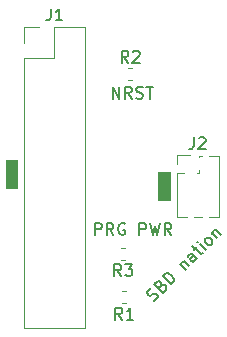
<source format=gbr>
%TF.GenerationSoftware,KiCad,Pcbnew,(5.1.6-0-10_14)*%
%TF.CreationDate,2022-05-20T12:20:58-05:00*%
%TF.ProjectId,programmer_adapter,70726f67-7261-46d6-9d65-725f61646170,rev?*%
%TF.SameCoordinates,Original*%
%TF.FileFunction,Legend,Top*%
%TF.FilePolarity,Positive*%
%FSLAX46Y46*%
G04 Gerber Fmt 4.6, Leading zero omitted, Abs format (unit mm)*
G04 Created by KiCad (PCBNEW (5.1.6-0-10_14)) date 2022-05-20 12:20:58*
%MOMM*%
%LPD*%
G01*
G04 APERTURE LIST*
%ADD10C,0.100000*%
%ADD11C,0.150000*%
%ADD12C,0.120000*%
%ADD13R,1.800000X1.800000*%
%ADD14O,1.800000X1.800000*%
%ADD15R,1.100000X1.100000*%
%ADD16O,1.100000X1.100000*%
G04 APERTURE END LIST*
D10*
G36*
X80264000Y-67818000D02*
G01*
X80238600Y-67818000D01*
X80264000Y-67843400D01*
X79298800Y-67843400D01*
X79298800Y-65481200D01*
X80264000Y-65481200D01*
X80264000Y-67818000D01*
G37*
X80264000Y-67818000D02*
X80238600Y-67818000D01*
X80264000Y-67843400D01*
X79298800Y-67843400D01*
X79298800Y-65481200D01*
X80264000Y-65481200D01*
X80264000Y-67818000D01*
G36*
X67360800Y-66852800D02*
G01*
X67335400Y-66852800D01*
X67360800Y-66878200D01*
X66395600Y-66878200D01*
X66395600Y-64516000D01*
X67360800Y-64516000D01*
X67360800Y-66852800D01*
G37*
X67360800Y-66852800D02*
X67335400Y-66852800D01*
X67360800Y-66878200D01*
X66395600Y-66878200D01*
X66395600Y-64516000D01*
X67360800Y-64516000D01*
X67360800Y-66852800D01*
D11*
X73925514Y-70810380D02*
X73925514Y-69810380D01*
X74306466Y-69810380D01*
X74401704Y-69858000D01*
X74449323Y-69905619D01*
X74496942Y-70000857D01*
X74496942Y-70143714D01*
X74449323Y-70238952D01*
X74401704Y-70286571D01*
X74306466Y-70334190D01*
X73925514Y-70334190D01*
X75496942Y-70810380D02*
X75163609Y-70334190D01*
X74925514Y-70810380D02*
X74925514Y-69810380D01*
X75306466Y-69810380D01*
X75401704Y-69858000D01*
X75449323Y-69905619D01*
X75496942Y-70000857D01*
X75496942Y-70143714D01*
X75449323Y-70238952D01*
X75401704Y-70286571D01*
X75306466Y-70334190D01*
X74925514Y-70334190D01*
X76449323Y-69858000D02*
X76354085Y-69810380D01*
X76211228Y-69810380D01*
X76068371Y-69858000D01*
X75973133Y-69953238D01*
X75925514Y-70048476D01*
X75877895Y-70238952D01*
X75877895Y-70381809D01*
X75925514Y-70572285D01*
X75973133Y-70667523D01*
X76068371Y-70762761D01*
X76211228Y-70810380D01*
X76306466Y-70810380D01*
X76449323Y-70762761D01*
X76496942Y-70715142D01*
X76496942Y-70381809D01*
X76306466Y-70381809D01*
X77687419Y-70810380D02*
X77687419Y-69810380D01*
X78068371Y-69810380D01*
X78163609Y-69858000D01*
X78211228Y-69905619D01*
X78258847Y-70000857D01*
X78258847Y-70143714D01*
X78211228Y-70238952D01*
X78163609Y-70286571D01*
X78068371Y-70334190D01*
X77687419Y-70334190D01*
X78592180Y-69810380D02*
X78830276Y-70810380D01*
X79020752Y-70096095D01*
X79211228Y-70810380D01*
X79449323Y-69810380D01*
X80401704Y-70810380D02*
X80068371Y-70334190D01*
X79830276Y-70810380D02*
X79830276Y-69810380D01*
X80211228Y-69810380D01*
X80306466Y-69858000D01*
X80354085Y-69905619D01*
X80401704Y-70000857D01*
X80401704Y-70143714D01*
X80354085Y-70238952D01*
X80306466Y-70286571D01*
X80211228Y-70334190D01*
X79830276Y-70334190D01*
X75420742Y-59278780D02*
X75420742Y-58278780D01*
X75992171Y-59278780D01*
X75992171Y-58278780D01*
X77039790Y-59278780D02*
X76706457Y-58802590D01*
X76468361Y-59278780D02*
X76468361Y-58278780D01*
X76849314Y-58278780D01*
X76944552Y-58326400D01*
X76992171Y-58374019D01*
X77039790Y-58469257D01*
X77039790Y-58612114D01*
X76992171Y-58707352D01*
X76944552Y-58754971D01*
X76849314Y-58802590D01*
X76468361Y-58802590D01*
X77420742Y-59231161D02*
X77563600Y-59278780D01*
X77801695Y-59278780D01*
X77896933Y-59231161D01*
X77944552Y-59183542D01*
X77992171Y-59088304D01*
X77992171Y-58993066D01*
X77944552Y-58897828D01*
X77896933Y-58850209D01*
X77801695Y-58802590D01*
X77611219Y-58754971D01*
X77515980Y-58707352D01*
X77468361Y-58659733D01*
X77420742Y-58564495D01*
X77420742Y-58469257D01*
X77468361Y-58374019D01*
X77515980Y-58326400D01*
X77611219Y-58278780D01*
X77849314Y-58278780D01*
X77992171Y-58326400D01*
X78277885Y-58278780D02*
X78849314Y-58278780D01*
X78563600Y-59278780D02*
X78563600Y-58278780D01*
X78915582Y-76393637D02*
X79050269Y-76326293D01*
X79218628Y-76157934D01*
X79252300Y-76056919D01*
X79252300Y-75989575D01*
X79218628Y-75888560D01*
X79151285Y-75821217D01*
X79050269Y-75787545D01*
X78982926Y-75787545D01*
X78881911Y-75821217D01*
X78713552Y-75922232D01*
X78612536Y-75955904D01*
X78545193Y-75955904D01*
X78444178Y-75922232D01*
X78376834Y-75854888D01*
X78343162Y-75753873D01*
X78343162Y-75686530D01*
X78376834Y-75585514D01*
X78545193Y-75417156D01*
X78679880Y-75349812D01*
X79521674Y-75114110D02*
X79656361Y-75046766D01*
X79723704Y-75046766D01*
X79824720Y-75080438D01*
X79925735Y-75181453D01*
X79959407Y-75282469D01*
X79959407Y-75349812D01*
X79925735Y-75450827D01*
X79656361Y-75720201D01*
X78949254Y-75013095D01*
X79184956Y-74777392D01*
X79285972Y-74743721D01*
X79353315Y-74743721D01*
X79454330Y-74777392D01*
X79521674Y-74844736D01*
X79555346Y-74945751D01*
X79555346Y-75013095D01*
X79521674Y-75114110D01*
X79285972Y-75349812D01*
X80363468Y-75013095D02*
X79656361Y-74305988D01*
X79824720Y-74137629D01*
X79959407Y-74070286D01*
X80094094Y-74070286D01*
X80195109Y-74103957D01*
X80363468Y-74204973D01*
X80464483Y-74305988D01*
X80565498Y-74474347D01*
X80599170Y-74575362D01*
X80599170Y-74710049D01*
X80531826Y-74844736D01*
X80363468Y-75013095D01*
X81137918Y-73295835D02*
X81609322Y-73767240D01*
X81205261Y-73363179D02*
X81205261Y-73295835D01*
X81238933Y-73194820D01*
X81339948Y-73093805D01*
X81440964Y-73060133D01*
X81541979Y-73093805D01*
X81912368Y-73464194D01*
X82552131Y-72824431D02*
X82181742Y-72454042D01*
X82080727Y-72420370D01*
X81979712Y-72454042D01*
X81845025Y-72588729D01*
X81811353Y-72689744D01*
X82518460Y-72790759D02*
X82484788Y-72891774D01*
X82316429Y-73060133D01*
X82215414Y-73093805D01*
X82114399Y-73060133D01*
X82047055Y-72992790D01*
X82013383Y-72891774D01*
X82047055Y-72790759D01*
X82215414Y-72622400D01*
X82249086Y-72521385D01*
X82316429Y-72117324D02*
X82585803Y-71847950D01*
X82181742Y-71780607D02*
X82787834Y-72386698D01*
X82888849Y-72420370D01*
X82989864Y-72386698D01*
X83057208Y-72319355D01*
X83292910Y-72083652D02*
X82821505Y-71612248D01*
X82585803Y-71376546D02*
X82585803Y-71443889D01*
X82653147Y-71443889D01*
X82653147Y-71376546D01*
X82585803Y-71376546D01*
X82653147Y-71443889D01*
X83730643Y-71645920D02*
X83629627Y-71679591D01*
X83562284Y-71679591D01*
X83461269Y-71645920D01*
X83259238Y-71443889D01*
X83225566Y-71342874D01*
X83225566Y-71275530D01*
X83259238Y-71174515D01*
X83360253Y-71073500D01*
X83461269Y-71039828D01*
X83528612Y-71039828D01*
X83629627Y-71073500D01*
X83831658Y-71275530D01*
X83865330Y-71376546D01*
X83865330Y-71443889D01*
X83831658Y-71544904D01*
X83730643Y-71645920D01*
X83797986Y-70635767D02*
X84269391Y-71107172D01*
X83865330Y-70703111D02*
X83865330Y-70635767D01*
X83899001Y-70534752D01*
X84000017Y-70433736D01*
X84101032Y-70400065D01*
X84202047Y-70433736D01*
X84572437Y-70804126D01*
D12*
X67900000Y-53200000D02*
X69230000Y-53200000D01*
X67900000Y-54530000D02*
X67900000Y-53200000D01*
X70500000Y-53200000D02*
X73100000Y-53200000D01*
X70500000Y-55800000D02*
X70500000Y-53200000D01*
X67900000Y-55800000D02*
X70500000Y-55800000D01*
X73100000Y-53200000D02*
X73100000Y-78720000D01*
X67900000Y-55800000D02*
X67900000Y-78720000D01*
X67900000Y-78720000D02*
X73100000Y-78720000D01*
X80861200Y-64035400D02*
X81991200Y-64035400D01*
X80861200Y-64795400D02*
X80861200Y-64035400D01*
X83568730Y-64100400D02*
X84391200Y-64100400D01*
X82751200Y-64100400D02*
X82953670Y-64100400D01*
X82751200Y-64231929D02*
X82751200Y-64100400D01*
X82751200Y-65501929D02*
X82751200Y-65358871D01*
X82554671Y-65555400D02*
X82697729Y-65555400D01*
X80861200Y-65555400D02*
X81427729Y-65555400D01*
X84391200Y-64100400D02*
X84391200Y-69300400D01*
X80861200Y-65555400D02*
X80861200Y-69300400D01*
X82298730Y-69300400D02*
X82953670Y-69300400D01*
X83568730Y-69300400D02*
X84391200Y-69300400D01*
X80861200Y-69300400D02*
X81683670Y-69300400D01*
X76574467Y-75588400D02*
X76231933Y-75588400D01*
X76574467Y-76608400D02*
X76231933Y-76608400D01*
X76748733Y-56700000D02*
X77091267Y-56700000D01*
X76748733Y-57720000D02*
X77091267Y-57720000D01*
X76486867Y-71905400D02*
X76144333Y-71905400D01*
X76486867Y-72925400D02*
X76144333Y-72925400D01*
D11*
X70166666Y-51652380D02*
X70166666Y-52366666D01*
X70119047Y-52509523D01*
X70023809Y-52604761D01*
X69880952Y-52652380D01*
X69785714Y-52652380D01*
X71166666Y-52652380D02*
X70595238Y-52652380D01*
X70880952Y-52652380D02*
X70880952Y-51652380D01*
X70785714Y-51795238D01*
X70690476Y-51890476D01*
X70595238Y-51938095D01*
X82292866Y-62552780D02*
X82292866Y-63267066D01*
X82245247Y-63409923D01*
X82150009Y-63505161D01*
X82007152Y-63552780D01*
X81911914Y-63552780D01*
X82721438Y-62648019D02*
X82769057Y-62600400D01*
X82864295Y-62552780D01*
X83102390Y-62552780D01*
X83197628Y-62600400D01*
X83245247Y-62648019D01*
X83292866Y-62743257D01*
X83292866Y-62838495D01*
X83245247Y-62981352D01*
X82673819Y-63552780D01*
X83292866Y-63552780D01*
X76236533Y-77980780D02*
X75903200Y-77504590D01*
X75665104Y-77980780D02*
X75665104Y-76980780D01*
X76046057Y-76980780D01*
X76141295Y-77028400D01*
X76188914Y-77076019D01*
X76236533Y-77171257D01*
X76236533Y-77314114D01*
X76188914Y-77409352D01*
X76141295Y-77456971D01*
X76046057Y-77504590D01*
X75665104Y-77504590D01*
X77188914Y-77980780D02*
X76617485Y-77980780D01*
X76903200Y-77980780D02*
X76903200Y-76980780D01*
X76807961Y-77123638D01*
X76712723Y-77218876D01*
X76617485Y-77266495D01*
X76753333Y-56232380D02*
X76420000Y-55756190D01*
X76181904Y-56232380D02*
X76181904Y-55232380D01*
X76562857Y-55232380D01*
X76658095Y-55280000D01*
X76705714Y-55327619D01*
X76753333Y-55422857D01*
X76753333Y-55565714D01*
X76705714Y-55660952D01*
X76658095Y-55708571D01*
X76562857Y-55756190D01*
X76181904Y-55756190D01*
X77134285Y-55327619D02*
X77181904Y-55280000D01*
X77277142Y-55232380D01*
X77515238Y-55232380D01*
X77610476Y-55280000D01*
X77658095Y-55327619D01*
X77705714Y-55422857D01*
X77705714Y-55518095D01*
X77658095Y-55660952D01*
X77086666Y-56232380D01*
X77705714Y-56232380D01*
X76148933Y-74297780D02*
X75815600Y-73821590D01*
X75577504Y-74297780D02*
X75577504Y-73297780D01*
X75958457Y-73297780D01*
X76053695Y-73345400D01*
X76101314Y-73393019D01*
X76148933Y-73488257D01*
X76148933Y-73631114D01*
X76101314Y-73726352D01*
X76053695Y-73773971D01*
X75958457Y-73821590D01*
X75577504Y-73821590D01*
X76482266Y-73297780D02*
X77101314Y-73297780D01*
X76767980Y-73678733D01*
X76910838Y-73678733D01*
X77006076Y-73726352D01*
X77053695Y-73773971D01*
X77101314Y-73869209D01*
X77101314Y-74107304D01*
X77053695Y-74202542D01*
X77006076Y-74250161D01*
X76910838Y-74297780D01*
X76625123Y-74297780D01*
X76529885Y-74250161D01*
X76482266Y-74202542D01*
%LPC*%
D13*
X69230000Y-54530000D03*
D14*
X71770000Y-54530000D03*
X69230000Y-57070000D03*
X71770000Y-57070000D03*
X69230000Y-59610000D03*
X71770000Y-59610000D03*
X69230000Y-62150000D03*
X71770000Y-62150000D03*
X69230000Y-64690000D03*
X71770000Y-64690000D03*
X69230000Y-67230000D03*
X71770000Y-67230000D03*
X69230000Y-69770000D03*
X71770000Y-69770000D03*
X69230000Y-72310000D03*
X71770000Y-72310000D03*
X69230000Y-74850000D03*
X71770000Y-74850000D03*
X69230000Y-77390000D03*
X71770000Y-77390000D03*
D15*
X81991200Y-64795400D03*
D16*
X83261200Y-64795400D03*
X81991200Y-66065400D03*
X83261200Y-66065400D03*
X81991200Y-67335400D03*
X83261200Y-67335400D03*
X81991200Y-68605400D03*
X83261200Y-68605400D03*
G36*
G01*
X77853200Y-75835900D02*
X77853200Y-76360900D01*
G75*
G02*
X77590700Y-76623400I-262500J0D01*
G01*
X76965700Y-76623400D01*
G75*
G02*
X76703200Y-76360900I0J262500D01*
G01*
X76703200Y-75835900D01*
G75*
G02*
X76965700Y-75573400I262500J0D01*
G01*
X77590700Y-75573400D01*
G75*
G02*
X77853200Y-75835900I0J-262500D01*
G01*
G37*
G36*
G01*
X76103200Y-75835900D02*
X76103200Y-76360900D01*
G75*
G02*
X75840700Y-76623400I-262500J0D01*
G01*
X75215700Y-76623400D01*
G75*
G02*
X74953200Y-76360900I0J262500D01*
G01*
X74953200Y-75835900D01*
G75*
G02*
X75215700Y-75573400I262500J0D01*
G01*
X75840700Y-75573400D01*
G75*
G02*
X76103200Y-75835900I0J-262500D01*
G01*
G37*
G36*
G01*
X77220000Y-57472500D02*
X77220000Y-56947500D01*
G75*
G02*
X77482500Y-56685000I262500J0D01*
G01*
X78107500Y-56685000D01*
G75*
G02*
X78370000Y-56947500I0J-262500D01*
G01*
X78370000Y-57472500D01*
G75*
G02*
X78107500Y-57735000I-262500J0D01*
G01*
X77482500Y-57735000D01*
G75*
G02*
X77220000Y-57472500I0J262500D01*
G01*
G37*
G36*
G01*
X75470000Y-57472500D02*
X75470000Y-56947500D01*
G75*
G02*
X75732500Y-56685000I262500J0D01*
G01*
X76357500Y-56685000D01*
G75*
G02*
X76620000Y-56947500I0J-262500D01*
G01*
X76620000Y-57472500D01*
G75*
G02*
X76357500Y-57735000I-262500J0D01*
G01*
X75732500Y-57735000D01*
G75*
G02*
X75470000Y-57472500I0J262500D01*
G01*
G37*
G36*
G01*
X77765600Y-72152900D02*
X77765600Y-72677900D01*
G75*
G02*
X77503100Y-72940400I-262500J0D01*
G01*
X76878100Y-72940400D01*
G75*
G02*
X76615600Y-72677900I0J262500D01*
G01*
X76615600Y-72152900D01*
G75*
G02*
X76878100Y-71890400I262500J0D01*
G01*
X77503100Y-71890400D01*
G75*
G02*
X77765600Y-72152900I0J-262500D01*
G01*
G37*
G36*
G01*
X76015600Y-72152900D02*
X76015600Y-72677900D01*
G75*
G02*
X75753100Y-72940400I-262500J0D01*
G01*
X75128100Y-72940400D01*
G75*
G02*
X74865600Y-72677900I0J262500D01*
G01*
X74865600Y-72152900D01*
G75*
G02*
X75128100Y-71890400I262500J0D01*
G01*
X75753100Y-71890400D01*
G75*
G02*
X76015600Y-72152900I0J-262500D01*
G01*
G37*
M02*

</source>
